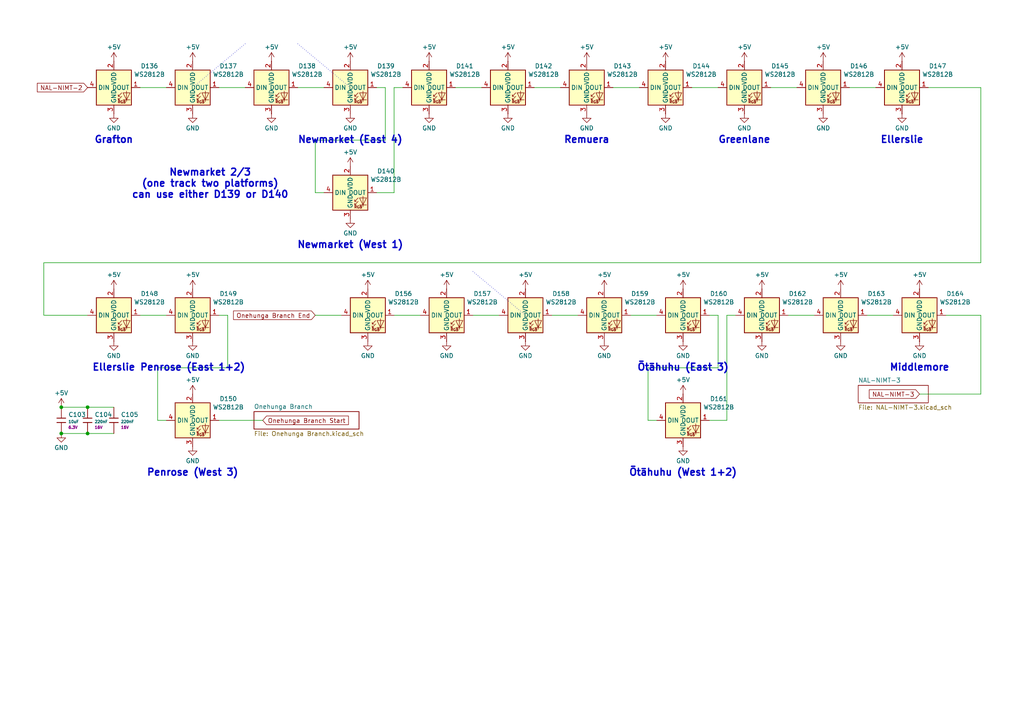
<source format=kicad_sch>
(kicad_sch (version 20250114) (generator "eeschema") (generator_version "9.0")
  (paper "A4")
  (lib_symbols
    (symbol "PCM_JLCPCB-Capacitors:0402,10uF" (pin_numbers (hide yes)) (pin_names (offset 0))
      (property "Reference" "C" (at 2.032 1.668 0))
      (property "Value" "10uF" (at 2.032 -0.3782 0))
      (property "Voltage Rated" "6.3V" (at 2.032 -2.0462 0))
      (symbol "0402,10uF_0_1"
        (polyline (pts (xy -1.27 0.635) (xy 1.27 0.635)) (stroke (width 0.254)))
        (polyline (pts (xy -1.27 -0.635) (xy 1.27 -0.635)) (stroke (width 0.254)))
      )
      (symbol "0402,10uF_1_1"
        (pin passive line (at 0 3.81 270) (length 3.175) (name "~") (number "1"))
        (pin passive line (at 0 -3.81 90) (length 3.175) (name "~") (number "2"))
      )
    )
    (symbol "PCM_JLCPCB-Capacitors:0402,220nF" (pin_numbers (hide yes)) (pin_names (offset 0))
      (property "Reference" "C" (at 2.032 1.668 0))
      (property "Value" "220nF" (at 2.032 -0.3782 0))
      (property "Voltage Rated" "16V" (at 2.032 -2.0462 0))
      (symbol "0402,220nF_0_1"
        (polyline (pts (xy -1.27 0.635) (xy 1.27 0.635)) (stroke (width 0.254)))
        (polyline (pts (xy -1.27 -0.635) (xy 1.27 -0.635)) (stroke (width 0.254)))
      )
      (symbol "0402,220nF_1_1"
        (pin passive line (at 0 3.81 270) (length 3.175) (name "~") (number "1"))
        (pin passive line (at 0 -3.81 90) (length 3.175) (name "~") (number "2"))
      )
    )
    (symbol "PCM_JLCPCB-Extended:LED, WS2812B, 1615"
      (property "Reference" "D" (at 1.778 6.604 0))
      (property "Value" "WS2812B" (at 5.334 -6.35 0))
      (symbol "LED, WS2812B, 1615_0_0"
        (text "RGB" (at 2.286 -4.191 0) (effects (font (size 0.762 0.762))))
      )
      (symbol "LED, WS2812B, 1615_0_1"
        (polyline (pts (xy 1.27 -2.54) (xy 1.778 -2.54)))
        (polyline (pts (xy 1.27 -3.556) (xy 1.778 -3.556)))
        (polyline (pts (xy 2.286 -1.524) (xy 1.27 -2.54) (xy 1.27 -2.032)))
        (polyline (pts (xy 2.286 -2.54) (xy 1.27 -3.556) (xy 1.27 -3.048)))
        (polyline (pts (xy 3.683 -1.016) (xy 3.683 -3.556) (xy 3.683 -4.064)))
        (polyline (pts (xy 4.699 -1.524) (xy 2.667 -1.524) (xy 3.683 -3.556) (xy 4.699 -1.524)))
        (polyline (pts (xy 4.699 -3.556) (xy 2.667 -3.556)))
        (rectangle (start 5.08 5.08) (end -5.08 -5.08) (stroke (width 0.254)) (fill (type background)))
      )
      (symbol "LED, WS2812B, 1615_1_1"
        (pin input line (at -7.62 0 0) (length 2.54) (name "DIN") (number "4"))
        (pin power_in line (at 0 7.62 270) (length 2.54) (name "VDD") (number "2"))
        (pin power_in line (at 0 -7.62 90) (length 2.54) (name "GND") (number "3"))
        (pin output line (at 7.62 0 180) (length 2.54) (name "DOUT") (number "1"))
      )
    )
    (symbol "power:+5V" (power) (pin_numbers (hide yes)) (pin_names (offset 0) (hide yes))
      (property "Value" "+5V" (at 0 3.556 0))
      (symbol "+5V_0_1"
        (polyline (pts (xy -0.762 1.27) (xy 0 2.54)))
        (polyline (pts (xy 0 2.54) (xy 0.762 1.27)))
        (polyline (pts (xy 0 0) (xy 0 2.54)))
      )
      (symbol "+5V_1_1"
        (pin power_in line (at 0 0 90) (length 0) (name "~") (number "1"))
      )
    )
    (symbol "power:GND" (power) (pin_numbers (hide yes)) (pin_names (offset 0) (hide yes))
      (property "Value" "GND" (at 0 -3.81 0))
      (symbol "GND_0_1"
        (polyline (pts (xy 0 0) (xy 0 -1.27) (xy 1.27 -1.27) (xy 0 -2.54) (xy -1.27 -1.27) (xy 0 -1.27)))
      )
      (symbol "GND_1_1"
        (pin power_in line (at 0 0 270) (length 0) (name "~") (number "1"))
      )
    )
  )
  (text "Middlemore" (at 266.7 106.68 0) (effects (font (size 2 2) (thickness 0.4) (bold yes))))
  (text "Greenlane" (at 215.9 40.64 0) (effects (font (size 2 2) (thickness 0.4) (bold yes))))
  (text "Ōtāhuhu (East 3)" (at 198.12 106.68 0) (effects (font (size 2 2) (thickness 0.4) (bold yes))))
  (text "Newmarket 2/3\n(one track two platforms)\ncan use either D139 or D140" (at 60.96 53.34 0) (effects (font (size 2 2) (thickness 0.4) (bold yes))))
  (text "Ellerslie" (at 261.62 40.64 0) (effects (font (size 2 2) (thickness 0.4) (bold yes))))
  (text "Grafton" (at 33.02 40.64 0) (effects (font (size 2 2) (thickness 0.4) (bold yes))))
  (text "Newmarket (East 4)" (at 101.6 40.64 0) (effects (font (size 2 2) (thickness 0.4) (bold yes))))
  (text "Remuera" (at 170.18 40.64 0) (effects (font (size 2 2) (thickness 0.4) (bold yes))))
  (text "Ōtāhuhu (West 1+2)" (at 198.12 137.16 0) (effects (font (size 2 2) (thickness 0.4) (bold yes))))
  (text "Newmarket (West 1)" (at 101.6 71.12 0) (effects (font (size 2 2) (thickness 0.4) (bold yes))))
  (text "Ellerslie" (at 33.02 106.68 0) (effects (font (size 2 2) (thickness 0.4) (bold yes))))
  (text "Penrose (West 3)" (at 55.88 137.16 0) (effects (font (size 2 2) (thickness 0.4) (bold yes))))
  (text "Penrose (East 1+2)" (at 55.88 106.68 0) (effects (font (size 2 2) (thickness 0.4) (bold yes))))
  (junction (at 25.4 125.73))
  (junction (at 17.78 125.73))
  (junction (at 17.78 118.11))
  (junction (at 25.4 118.11))
  (wire (pts (xy 45.72 121.92) (xy 48.26 121.92)))
  (wire (pts (xy 160.02 91.44) (xy 167.64 91.44)))
  (polyline (pts (xy 86.36 12.7) (xy 101.6 25.4)) (stroke (width 0) (type dot)))
  (wire (pts (xy 284.48 76.2) (xy 12.7 76.2)))
  (wire (pts (xy 284.48 25.4) (xy 284.48 76.2)))
  (wire (pts (xy 17.78 118.11) (xy 25.4 118.11)))
  (wire (pts (xy 116.84 25.4) (xy 114.3 25.4)))
  (wire (pts (xy 91.44 91.44) (xy 99.06 91.44)))
  (wire (pts (xy 223.52 25.4) (xy 231.14 25.4)))
  (wire (pts (xy 86.36 25.4) (xy 93.98 25.4)))
  (wire (pts (xy 111.76 40.64) (xy 91.44 40.64)))
  (wire (pts (xy 12.7 91.44) (xy 25.4 91.44)))
  (wire (pts (xy 114.3 91.44) (xy 121.92 91.44)))
  (wire (pts (xy 25.4 125.73) (xy 33.02 125.73)))
  (wire (pts (xy 154.94 25.4) (xy 162.56 25.4)))
  (wire (pts (xy 66.04 91.44) (xy 66.04 106.68)))
  (wire (pts (xy 109.22 25.4) (xy 111.76 25.4)))
  (polyline (pts (xy 71.12 12.7) (xy 55.88 25.4)) (stroke (width 0) (type dot)))
  (wire (pts (xy 63.5 25.4) (xy 71.12 25.4)))
  (wire (pts (xy 187.96 106.68) (xy 187.96 121.92)))
  (wire (pts (xy 177.8 25.4) (xy 185.42 25.4)))
  (wire (pts (xy 66.04 106.68) (xy 45.72 106.68)))
  (wire (pts (xy 76.2 121.92) (xy 63.5 121.92)))
  (wire (pts (xy 208.28 106.68) (xy 187.96 106.68)))
  (wire (pts (xy 17.78 125.73) (xy 25.4 125.73)))
  (wire (pts (xy 284.48 91.44) (xy 284.48 114.3)))
  (wire (pts (xy 269.24 25.4) (xy 284.48 25.4)))
  (polyline (pts (xy 137.16 78.74) (xy 152.4 91.44)) (stroke (width 0) (type dot)))
  (wire (pts (xy 109.22 55.88) (xy 114.3 55.88)))
  (wire (pts (xy 246.38 25.4) (xy 254 25.4)))
  (wire (pts (xy 132.08 25.4) (xy 139.7 25.4)))
  (wire (pts (xy 40.64 25.4) (xy 48.26 25.4)))
  (wire (pts (xy 274.32 91.44) (xy 284.48 91.44)))
  (wire (pts (xy 284.48 114.3) (xy 266.7 114.3)))
  (wire (pts (xy 251.46 91.44) (xy 259.08 91.44)))
  (wire (pts (xy 63.5 91.44) (xy 66.04 91.44)))
  (wire (pts (xy 210.82 91.44) (xy 213.36 91.44)))
  (wire (pts (xy 182.88 91.44) (xy 190.5 91.44)))
  (wire (pts (xy 205.74 121.92) (xy 210.82 121.92)))
  (wire (pts (xy 12.7 76.2) (xy 12.7 91.44)))
  (wire (pts (xy 91.44 40.64) (xy 91.44 55.88)))
  (wire (pts (xy 210.82 121.92) (xy 210.82 91.44)))
  (wire (pts (xy 40.64 91.44) (xy 48.26 91.44)))
  (wire (pts (xy 137.16 91.44) (xy 144.78 91.44)))
  (wire (pts (xy 187.96 121.92) (xy 190.5 121.92)))
  (wire (pts (xy 228.6 91.44) (xy 236.22 91.44)))
  (wire (pts (xy 114.3 25.4) (xy 114.3 55.88)))
  (wire (pts (xy 205.74 91.44) (xy 208.28 91.44)))
  (wire (pts (xy 91.44 55.88) (xy 93.98 55.88)))
  (wire (pts (xy 200.66 25.4) (xy 208.28 25.4)))
  (wire (pts (xy 25.4 118.11) (xy 33.02 118.11)))
  (wire (pts (xy 111.76 25.4) (xy 111.76 40.64)))
  (wire (pts (xy 208.28 91.44) (xy 208.28 106.68)))
  (wire (pts (xy 45.72 106.68) (xy 45.72 121.92)))
  (global_label "NAL-NIMT-2" (shape input) (at 25.4 25.4 180) (property "Intersheetrefs" "${INTERSHEET_REFS}" (effects (hide yes))))
  (global_label "Onehunga Branch End" (shape input) (at 91.44 91.44 180) (property "Intersheetrefs" "${INTERSHEET_REFS}" (effects (hide yes))))
  (global_label "Onehunga Branch Start" (shape input) (at 76.2 121.92 0) (property "Intersheetrefs" "${INTERSHEET_REFS}" (effects (hide yes))))
  (global_label "NAL-NIMT-3" (shape input) (at 266.7 114.3 180) (property "Intersheetrefs" "${INTERSHEET_REFS}" (effects (hide yes))))
  (symbol (lib_id "power:+5V") (at 238.76 17.78 0) (unit 1)
    (property "Reference" "#PWR0148" (effects (hide yes)))
    (property "Value" "+5V" (at 238.76 13.6469 0))
    (property "Description" "Power symbol creates a global label with name \"+5V\"" (effects (hide yes)))
  )
  (symbol (lib_id "PCM_JLCPCB-Capacitors:0402,220nF") (at 33.02 121.92 0) (unit 1)
    (property "Reference" "C105" (at 35.052 120.252 0) (effects (justify left)))
    (property "Value" "220nF" (at 35.052 122.2982 0) (effects (font (size 0.8 0.8)) (justify left)))
    (property "Footprint" "PCM_JLCPCB:C_0402" (effects (hide yes)))
    (property "Datasheet" "https://www.lcsc.com/datasheet/lcsc_datasheet_2304140030_Samsung-Electro-Mechanics-CL05B224KO5NNNC_C16772.pdf" (effects (hide yes)))
    (property "Description" "16V 220nF X7R ±10% 0402 Multilayer Ceramic Capacitors MLCC - SMD/SMT ROHS" (effects (hide yes)))
    (property "LCSC" "C16772" (effects (hide yes)))
    (property "Stock" "351761" (effects (hide yes)))
    (property "Price" "0.008USD" (effects (hide yes)))
    (property "Process" "SMT" (effects (hide yes)))
    (property "Minimum Qty" "20" (effects (hide yes)))
    (property "Attrition Qty" "10" (effects (hide yes)))
    (property "Class" "Basic Component" (effects (hide yes)))
    (property "Category" "Capacitors,Multilayer Ceramic Capacitors MLCC - SMD/SMT" (effects (hide yes)))
    (property "Manufacturer" "Samsung Electro-Mechanics" (effects (hide yes)))
    (property "Part" "CL05B224KO5NNNC" (effects (hide yes)))
    (property "Voltage Rated" "16V" (at 35.052 123.9662 0) (effects (font (size 0.8 0.8)) (justify left)))
    (property "Tolerance" "±10%" (effects (hide yes)))
    (property "Capacitance" "220nF" (effects (hide yes)))
    (property "Temperature Coefficient" "X7R" (effects (hide yes)))
  )
  (symbol (lib_id "power:GND") (at 198.12 129.54 0) (unit 1)
    (property "Reference" "#PWR0183" (effects (hide yes)))
    (property "Value" "GND" (at 198.12 133.6731 0))
    (property "Description" "Power symbol creates a global label with name \"GND\" , ground" (effects (hide yes)))
  )
  (symbol (lib_id "power:+5V") (at 266.7 83.82 0) (unit 1)
    (property "Reference" "#PWR0188" (effects (hide yes)))
    (property "Value" "+5V" (at 266.7 79.6869 0))
    (property "Description" "Power symbol creates a global label with name \"+5V\"" (effects (hide yes)))
  )
  (symbol (lib_id "PCM_JLCPCB-Extended:LED, WS2812B, 1615") (at 220.98 91.44 0) (unit 1)
    (property "Reference" "D162" (at 231.3176 85.1934 0))
    (property "Value" "WS2812B" (at 231.3176 87.6177 0))
    (property "Footprint" "PCM_JLCPCB:LED-SMD_4P-L1.6-W1.5_XL-1615RGBC-WS2812B" (effects (hide yes)))
    (property "Datasheet" "https://atta.szlcsc.com/upload/public/pdf/source/20230111/5AD58278EBED6B6650A81C53A19BF314.pdf" (effects (hide yes)))
    (property "Description" "1615 RGB LEDs(Built-in IC) ROHS" (effects (hide yes)))
    (property "LCSC" "C5349954" (effects (hide yes)))
  )
  (symbol (lib_id "PCM_JLCPCB-Extended:LED, WS2812B, 1615") (at 101.6 55.88 0) (unit 1)
    (property "Reference" "D140" (at 111.9376 49.6334 0))
    (property "Value" "WS2812B" (at 111.9376 52.0577 0))
    (property "Footprint" "PCM_JLCPCB:LED-SMD_4P-L1.6-W1.5_XL-1615RGBC-WS2812B" (effects (hide yes)))
    (property "Datasheet" "https://atta.szlcsc.com/upload/public/pdf/source/20230111/5AD58278EBED6B6650A81C53A19BF314.pdf" (effects (hide yes)))
    (property "Description" "1615 RGB LEDs(Built-in IC) ROHS" (effects (hide yes)))
    (property "LCSC" "C5349954" (effects (hide yes)))
  )
  (symbol (lib_id "PCM_JLCPCB-Extended:LED, WS2812B, 1615") (at 101.6 25.4 0) (unit 1)
    (property "Reference" "D139" (at 111.9376 19.1534 0))
    (property "Value" "WS2812B" (at 111.9376 21.5777 0))
    (property "Footprint" "PCM_JLCPCB:LED-SMD_4P-L1.6-W1.5_XL-1615RGBC-WS2812B" (effects (hide yes)))
    (property "Datasheet" "https://atta.szlcsc.com/upload/public/pdf/source/20230111/5AD58278EBED6B6650A81C53A19BF314.pdf" (effects (hide yes)))
    (property "Description" "1615 RGB LEDs(Built-in IC) ROHS" (effects (hide yes)))
    (property "LCSC" "C5349954" (effects (hide yes)))
  )
  (symbol (lib_id "PCM_JLCPCB-Capacitors:0402,10uF") (at 17.78 121.92 0) (unit 1)
    (property "Reference" "C103" (at 19.812 120.252 0) (effects (justify left)))
    (property "Value" "10uF" (at 19.812 122.2982 0) (effects (font (size 0.8 0.8)) (justify left)))
    (property "Footprint" "PCM_JLCPCB:C_0402" (effects (hide yes)))
    (property "Datasheet" "https://www.lcsc.com/datasheet/lcsc_datasheet_2208231630_Samsung-Electro-Mechanics-CL05A106MQ5NUNC_C15525.pdf" (effects (hide yes)))
    (property "Description" "6.3V 10uF X5R ±20% 0402 Multilayer Ceramic Capacitors MLCC - SMD/SMT ROHS" (effects (hide yes)))
    (property "LCSC" "C15525" (effects (hide yes)))
    (property "Stock" "1595146" (effects (hide yes)))
    (property "Price" "0.007USD" (effects (hide yes)))
    (property "Process" "SMT" (effects (hide yes)))
    (property "Minimum Qty" "20" (effects (hide yes)))
    (property "Attrition Qty" "10" (effects (hide yes)))
    (property "Class" "Basic Component" (effects (hide yes)))
    (property "Category" "Capacitors,Multilayer Ceramic Capacitors MLCC - SMD/SMT" (effects (hide yes)))
    (property "Manufacturer" "Samsung Electro-Mechanics" (effects (hide yes)))
    (property "Part" "CL05A106MQ5NUNC" (effects (hide yes)))
    (property "Voltage Rated" "6.3V" (at 19.812 123.9662 0) (effects (font (size 0.8 0.8)) (justify left)))
    (property "Tolerance" "±20%" (effects (hide yes)))
    (property "Capacitance" "10uF" (effects (hide yes)))
    (property "Temperature Coefficient" "X5R" (effects (hide yes)))
  )
  (symbol (lib_id "PCM_JLCPCB-Extended:LED, WS2812B, 1615") (at 78.74 25.4 0) (unit 1)
    (property "Reference" "D138" (at 89.0776 19.1534 0))
    (property "Value" "WS2812B" (at 89.0776 21.5777 0))
    (property "Footprint" "PCM_JLCPCB:LED-SMD_4P-L1.6-W1.5_XL-1615RGBC-WS2812B" (effects (hide yes)))
    (property "Datasheet" "https://atta.szlcsc.com/upload/public/pdf/source/20230111/5AD58278EBED6B6650A81C53A19BF314.pdf" (effects (hide yes)))
    (property "Description" "1615 RGB LEDs(Built-in IC) ROHS" (effects (hide yes)))
    (property "LCSC" "C5349954" (effects (hide yes)))
  )
  (symbol (lib_id "power:GND") (at 193.04 33.02 0) (unit 1)
    (property "Reference" "#PWR0145" (effects (hide yes)))
    (property "Value" "GND" (at 193.04 37.1531 0))
    (property "Description" "Power symbol creates a global label with name \"GND\" , ground" (effects (hide yes)))
  )
  (symbol (lib_id "power:GND") (at 266.7 99.06 0) (unit 1)
    (property "Reference" "#PWR0189" (effects (hide yes)))
    (property "Value" "GND" (at 266.7 103.1931 0))
    (property "Description" "Power symbol creates a global label with name \"GND\" , ground" (effects (hide yes)))
  )
  (symbol (lib_id "power:GND") (at 106.68 99.06 0) (unit 1)
    (property "Reference" "#PWR0171" (effects (hide yes)))
    (property "Value" "GND" (at 106.68 103.1931 0))
    (property "Description" "Power symbol creates a global label with name \"GND\" , ground" (effects (hide yes)))
  )
  (symbol (lib_id "PCM_JLCPCB-Extended:LED, WS2812B, 1615") (at 33.02 25.4 0) (unit 1)
    (property "Reference" "D136" (at 43.3576 19.1534 0))
    (property "Value" "WS2812B" (at 43.3576 21.5777 0))
    (property "Footprint" "PCM_JLCPCB:LED-SMD_4P-L1.6-W1.5_XL-1615RGBC-WS2812B" (effects (hide yes)))
    (property "Datasheet" "https://atta.szlcsc.com/upload/public/pdf/source/20230111/5AD58278EBED6B6650A81C53A19BF314.pdf" (effects (hide yes)))
    (property "Description" "1615 RGB LEDs(Built-in IC) ROHS" (effects (hide yes)))
    (property "LCSC" "C5349954" (effects (hide yes)))
  )
  (symbol (lib_id "power:GND") (at 198.12 99.06 0) (unit 1)
    (property "Reference" "#PWR0181" (effects (hide yes)))
    (property "Value" "GND" (at 198.12 103.1931 0))
    (property "Description" "Power symbol creates a global label with name \"GND\" , ground" (effects (hide yes)))
  )
  (symbol (lib_id "power:GND") (at 33.02 33.02 0) (unit 1)
    (property "Reference" "#PWR0129" (effects (hide yes)))
    (property "Value" "GND" (at 33.02 37.1531 0))
    (property "Description" "Power symbol creates a global label with name \"GND\" , ground" (effects (hide yes)))
  )
  (symbol (lib_id "PCM_JLCPCB-Extended:LED, WS2812B, 1615") (at 106.68 91.44 0) (unit 1)
    (property "Reference" "D156" (at 117.0176 85.1934 0))
    (property "Value" "WS2812B" (at 117.0176 87.6177 0))
    (property "Footprint" "PCM_JLCPCB:LED-SMD_4P-L1.6-W1.5_XL-1615RGBC-WS2812B" (effects (hide yes)))
    (property "Datasheet" "https://atta.szlcsc.com/upload/public/pdf/source/20230111/5AD58278EBED6B6650A81C53A19BF314.pdf" (effects (hide yes)))
    (property "Description" "1615 RGB LEDs(Built-in IC) ROHS" (effects (hide yes)))
    (property "LCSC" "C5349954" (effects (hide yes)))
  )
  (symbol (lib_id "power:GND") (at 101.6 33.02 0) (unit 1)
    (property "Reference" "#PWR0135" (effects (hide yes)))
    (property "Value" "GND" (at 101.6 37.1531 0))
    (property "Description" "Power symbol creates a global label with name \"GND\" , ground" (effects (hide yes)))
  )
  (symbol (lib_id "PCM_JLCPCB-Extended:LED, WS2812B, 1615") (at 198.12 91.44 0) (unit 1)
    (property "Reference" "D160" (at 208.4576 85.1934 0))
    (property "Value" "WS2812B" (at 208.4576 87.6177 0))
    (property "Footprint" "PCM_JLCPCB:LED-SMD_4P-L1.6-W1.5_XL-1615RGBC-WS2812B" (effects (hide yes)))
    (property "Datasheet" "https://atta.szlcsc.com/upload/public/pdf/source/20230111/5AD58278EBED6B6650A81C53A19BF314.pdf" (effects (hide yes)))
    (property "Description" "1615 RGB LEDs(Built-in IC) ROHS" (effects (hide yes)))
    (property "LCSC" "C5349954" (effects (hide yes)))
  )
  (symbol (lib_id "power:GND") (at 55.88 129.54 0) (unit 1)
    (property "Reference" "#PWR0157" (effects (hide yes)))
    (property "Value" "GND" (at 55.88 133.6731 0))
    (property "Description" "Power symbol creates a global label with name \"GND\" , ground" (effects (hide yes)))
  )
  (symbol (lib_id "power:+5V") (at 152.4 83.82 0) (unit 1)
    (property "Reference" "#PWR0174" (effects (hide yes)))
    (property "Value" "+5V" (at 152.4 79.6869 0))
    (property "Description" "Power symbol creates a global label with name \"+5V\"" (effects (hide yes)))
  )
  (symbol (lib_id "PCM_JLCPCB-Extended:LED, WS2812B, 1615") (at 266.7 91.44 0) (unit 1)
    (property "Reference" "D164" (at 277.0376 85.1934 0))
    (property "Value" "WS2812B" (at 277.0376 87.6177 0))
    (property "Footprint" "PCM_JLCPCB:LED-SMD_4P-L1.6-W1.5_XL-1615RGBC-WS2812B" (effects (hide yes)))
    (property "Datasheet" "https://atta.szlcsc.com/upload/public/pdf/source/20230111/5AD58278EBED6B6650A81C53A19BF314.pdf" (effects (hide yes)))
    (property "Description" "1615 RGB LEDs(Built-in IC) ROHS" (effects (hide yes)))
    (property "LCSC" "C5349954" (effects (hide yes)))
  )
  (symbol (lib_id "power:+5V") (at 198.12 114.3 0) (unit 1)
    (property "Reference" "#PWR0182" (effects (hide yes)))
    (property "Value" "+5V" (at 198.12 110.1669 0))
    (property "Description" "Power symbol creates a global label with name \"+5V\"" (effects (hide yes)))
  )
  (symbol (lib_id "power:GND") (at 101.6 63.5 0) (unit 1)
    (property "Reference" "#PWR0137" (effects (hide yes)))
    (property "Value" "GND" (at 101.6 67.6331 0))
    (property "Description" "Power symbol creates a global label with name \"GND\" , ground" (effects (hide yes)))
  )
  (symbol (lib_id "PCM_JLCPCB-Extended:LED, WS2812B, 1615") (at 198.12 121.92 0) (unit 1)
    (property "Reference" "D161" (at 208.4576 115.6734 0))
    (property "Value" "WS2812B" (at 208.4576 118.0977 0))
    (property "Footprint" "PCM_JLCPCB:LED-SMD_4P-L1.6-W1.5_XL-1615RGBC-WS2812B" (effects (hide yes)))
    (property "Datasheet" "https://atta.szlcsc.com/upload/public/pdf/source/20230111/5AD58278EBED6B6650A81C53A19BF314.pdf" (effects (hide yes)))
    (property "Description" "1615 RGB LEDs(Built-in IC) ROHS" (effects (hide yes)))
    (property "LCSC" "C5349954" (effects (hide yes)))
  )
  (symbol (lib_id "PCM_JLCPCB-Extended:LED, WS2812B, 1615") (at 243.84 91.44 0) (unit 1)
    (property "Reference" "D163" (at 254.1776 85.1934 0))
    (property "Value" "WS2812B" (at 254.1776 87.6177 0))
    (property "Footprint" "PCM_JLCPCB:LED-SMD_4P-L1.6-W1.5_XL-1615RGBC-WS2812B" (effects (hide yes)))
    (property "Datasheet" "https://atta.szlcsc.com/upload/public/pdf/source/20230111/5AD58278EBED6B6650A81C53A19BF314.pdf" (effects (hide yes)))
    (property "Description" "1615 RGB LEDs(Built-in IC) ROHS" (effects (hide yes)))
    (property "LCSC" "C5349954" (effects (hide yes)))
  )
  (symbol (lib_id "power:GND") (at 55.88 99.06 0) (unit 1)
    (property "Reference" "#PWR0155" (effects (hide yes)))
    (property "Value" "GND" (at 55.88 103.1931 0))
    (property "Description" "Power symbol creates a global label with name \"GND\" , ground" (effects (hide yes)))
  )
  (symbol (lib_id "power:+5V") (at 129.54 83.82 0) (unit 1)
    (property "Reference" "#PWR0172" (effects (hide yes)))
    (property "Value" "+5V" (at 129.54 79.6869 0))
    (property "Description" "Power symbol creates a global label with name \"+5V\"" (effects (hide yes)))
  )
  (symbol (lib_id "PCM_JLCPCB-Extended:LED, WS2812B, 1615") (at 55.88 91.44 0) (unit 1)
    (property "Reference" "D149" (at 66.2176 85.1934 0))
    (property "Value" "WS2812B" (at 66.2176 87.6177 0))
    (property "Footprint" "PCM_JLCPCB:LED-SMD_4P-L1.6-W1.5_XL-1615RGBC-WS2812B" (effects (hide yes)))
    (property "Datasheet" "https://atta.szlcsc.com/upload/public/pdf/source/20230111/5AD58278EBED6B6650A81C53A19BF314.pdf" (effects (hide yes)))
    (property "Description" "1615 RGB LEDs(Built-in IC) ROHS" (effects (hide yes)))
    (property "LCSC" "C5349954" (effects (hide yes)))
  )
  (symbol (lib_id "power:GND") (at 243.84 99.06 0) (unit 1)
    (property "Reference" "#PWR0187" (effects (hide yes)))
    (property "Value" "GND" (at 243.84 103.1931 0))
    (property "Description" "Power symbol creates a global label with name \"GND\" , ground" (effects (hide yes)))
  )
  (symbol (lib_id "power:+5V") (at 78.74 17.78 0) (unit 1)
    (property "Reference" "#PWR0132" (effects (hide yes)))
    (property "Value" "+5V" (at 78.74 13.6469 0))
    (property "Description" "Power symbol creates a global label with name \"+5V\"" (effects (hide yes)))
  )
  (symbol (lib_id "power:GND") (at 17.78 125.73 0) (unit 1)
    (property "Reference" "#PWR0159" (effects (hide yes)))
    (property "Value" "GND" (at 17.78 129.8631 0))
    (property "Description" "Power symbol creates a global label with name \"GND\" , ground" (effects (hide yes)))
  )
  (symbol (lib_id "PCM_JLCPCB-Extended:LED, WS2812B, 1615") (at 129.54 91.44 0) (unit 1)
    (property "Reference" "D157" (at 139.8776 85.1934 0))
    (property "Value" "WS2812B" (at 139.8776 87.6177 0))
    (property "Footprint" "PCM_JLCPCB:LED-SMD_4P-L1.6-W1.5_XL-1615RGBC-WS2812B" (effects (hide yes)))
    (property "Datasheet" "https://atta.szlcsc.com/upload/public/pdf/source/20230111/5AD58278EBED6B6650A81C53A19BF314.pdf" (effects (hide yes)))
    (property "Description" "1615 RGB LEDs(Built-in IC) ROHS" (effects (hide yes)))
    (property "LCSC" "C5349954" (effects (hide yes)))
  )
  (symbol (lib_id "PCM_JLCPCB-Extended:LED, WS2812B, 1615") (at 124.46 25.4 0) (unit 1)
    (property "Reference" "D141" (at 134.7976 19.1534 0))
    (property "Value" "WS2812B" (at 134.7976 21.5777 0))
    (property "Footprint" "PCM_JLCPCB:LED-SMD_4P-L1.6-W1.5_XL-1615RGBC-WS2812B" (effects (hide yes)))
    (property "Datasheet" "https://atta.szlcsc.com/upload/public/pdf/source/20230111/5AD58278EBED6B6650A81C53A19BF314.pdf" (effects (hide yes)))
    (property "Description" "1615 RGB LEDs(Built-in IC) ROHS" (effects (hide yes)))
    (property "LCSC" "C5349954" (effects (hide yes)))
  )
  (symbol (lib_id "PCM_JLCPCB-Extended:LED, WS2812B, 1615") (at 33.02 91.44 0) (unit 1)
    (property "Reference" "D148" (at 43.3576 85.1934 0))
    (property "Value" "WS2812B" (at 43.3576 87.6177 0))
    (property "Footprint" "PCM_JLCPCB:LED-SMD_4P-L1.6-W1.5_XL-1615RGBC-WS2812B" (effects (hide yes)))
    (property "Datasheet" "https://atta.szlcsc.com/upload/public/pdf/source/20230111/5AD58278EBED6B6650A81C53A19BF314.pdf" (effects (hide yes)))
    (property "Description" "1615 RGB LEDs(Built-in IC) ROHS" (effects (hide yes)))
    (property "LCSC" "C5349954" (effects (hide yes)))
  )
  (symbol (lib_id "power:GND") (at 261.62 33.02 0) (unit 1)
    (property "Reference" "#PWR0151" (effects (hide yes)))
    (property "Value" "GND" (at 261.62 37.1531 0))
    (property "Description" "Power symbol creates a global label with name \"GND\" , ground" (effects (hide yes)))
  )
  (symbol (lib_id "PCM_JLCPCB-Extended:LED, WS2812B, 1615") (at 215.9 25.4 0) (unit 1)
    (property "Reference" "D145" (at 226.2376 19.1534 0))
    (property "Value" "WS2812B" (at 226.2376 21.5777 0))
    (property "Footprint" "PCM_JLCPCB:LED-SMD_4P-L1.6-W1.5_XL-1615RGBC-WS2812B" (effects (hide yes)))
    (property "Datasheet" "https://atta.szlcsc.com/upload/public/pdf/source/20230111/5AD58278EBED6B6650A81C53A19BF314.pdf" (effects (hide yes)))
    (property "Description" "1615 RGB LEDs(Built-in IC) ROHS" (effects (hide yes)))
    (property "LCSC" "C5349954" (effects (hide yes)))
  )
  (symbol (lib_id "PCM_JLCPCB-Extended:LED, WS2812B, 1615") (at 55.88 25.4 0) (unit 1)
    (property "Reference" "D137" (at 66.2176 19.1534 0))
    (property "Value" "WS2812B" (at 66.2176 21.5777 0))
    (property "Footprint" "PCM_JLCPCB:LED-SMD_4P-L1.6-W1.5_XL-1615RGBC-WS2812B" (effects (hide yes)))
    (property "Datasheet" "https://atta.szlcsc.com/upload/public/pdf/source/20230111/5AD58278EBED6B6650A81C53A19BF314.pdf" (effects (hide yes)))
    (property "Description" "1615 RGB LEDs(Built-in IC) ROHS" (effects (hide yes)))
    (property "LCSC" "C5349954" (effects (hide yes)))
  )
  (symbol (lib_id "PCM_JLCPCB-Extended:LED, WS2812B, 1615") (at 152.4 91.44 0) (unit 1)
    (property "Reference" "D158" (at 162.7376 85.1934 0))
    (property "Value" "WS2812B" (at 162.7376 87.6177 0))
    (property "Footprint" "PCM_JLCPCB:LED-SMD_4P-L1.6-W1.5_XL-1615RGBC-WS2812B" (effects (hide yes)))
    (property "Datasheet" "https://atta.szlcsc.com/upload/public/pdf/source/20230111/5AD58278EBED6B6650A81C53A19BF314.pdf" (effects (hide yes)))
    (property "Description" "1615 RGB LEDs(Built-in IC) ROHS" (effects (hide yes)))
    (property "LCSC" "C5349954" (effects (hide yes)))
  )
  (symbol (lib_id "power:+5V") (at 55.88 114.3 0) (unit 1)
    (property "Reference" "#PWR0156" (effects (hide yes)))
    (property "Value" "+5V" (at 55.88 110.1669 0))
    (property "Description" "Power symbol creates a global label with name \"+5V\"" (effects (hide yes)))
  )
  (symbol (lib_id "PCM_JLCPCB-Extended:LED, WS2812B, 1615") (at 261.62 25.4 0) (unit 1)
    (property "Reference" "D147" (at 271.9576 19.1534 0))
    (property "Value" "WS2812B" (at 271.9576 21.5777 0))
    (property "Footprint" "PCM_JLCPCB:LED-SMD_4P-L1.6-W1.5_XL-1615RGBC-WS2812B" (effects (hide yes)))
    (property "Datasheet" "https://atta.szlcsc.com/upload/public/pdf/source/20230111/5AD58278EBED6B6650A81C53A19BF314.pdf" (effects (hide yes)))
    (property "Description" "1615 RGB LEDs(Built-in IC) ROHS" (effects (hide yes)))
    (property "LCSC" "C5349954" (effects (hide yes)))
  )
  (symbol (lib_id "power:GND") (at 78.74 33.02 0) (unit 1)
    (property "Reference" "#PWR0133" (effects (hide yes)))
    (property "Value" "GND" (at 78.74 37.1531 0))
    (property "Description" "Power symbol creates a global label with name \"GND\" , ground" (effects (hide yes)))
  )
  (symbol (lib_id "PCM_JLCPCB-Extended:LED, WS2812B, 1615") (at 55.88 121.92 0) (unit 1)
    (property "Reference" "D150" (at 66.2176 115.6734 0))
    (property "Value" "WS2812B" (at 66.2176 118.0977 0))
    (property "Footprint" "PCM_JLCPCB:LED-SMD_4P-L1.6-W1.5_XL-1615RGBC-WS2812B" (effects (hide yes)))
    (property "Datasheet" "https://atta.szlcsc.com/upload/public/pdf/source/20230111/5AD58278EBED6B6650A81C53A19BF314.pdf" (effects (hide yes)))
    (property "Description" "1615 RGB LEDs(Built-in IC) ROHS" (effects (hide yes)))
    (property "LCSC" "C5349954" (effects (hide yes)))
  )
  (symbol (lib_id "power:+5V") (at 198.12 83.82 0) (unit 1)
    (property "Reference" "#PWR0180" (effects (hide yes)))
    (property "Value" "+5V" (at 198.12 79.6869 0))
    (property "Description" "Power symbol creates a global label with name \"+5V\"" (effects (hide yes)))
  )
  (symbol (lib_id "power:+5V") (at 101.6 17.78 0) (unit 1)
    (property "Reference" "#PWR0134" (effects (hide yes)))
    (property "Value" "+5V" (at 101.6 13.6469 0))
    (property "Description" "Power symbol creates a global label with name \"+5V\"" (effects (hide yes)))
  )
  (symbol (lib_id "power:+5V") (at 193.04 17.78 0) (unit 1)
    (property "Reference" "#PWR0144" (effects (hide yes)))
    (property "Value" "+5V" (at 193.04 13.6469 0))
    (property "Description" "Power symbol creates a global label with name \"+5V\"" (effects (hide yes)))
  )
  (symbol (lib_id "power:GND") (at 129.54 99.06 0) (unit 1)
    (property "Reference" "#PWR0173" (effects (hide yes)))
    (property "Value" "GND" (at 129.54 103.1931 0))
    (property "Description" "Power symbol creates a global label with name \"GND\" , ground" (effects (hide yes)))
  )
  (symbol (lib_id "power:+5V") (at 106.68 83.82 0) (unit 1)
    (property "Reference" "#PWR0170" (effects (hide yes)))
    (property "Value" "+5V" (at 106.68 79.6869 0))
    (property "Description" "Power symbol creates a global label with name \"+5V\"" (effects (hide yes)))
  )
  (symbol (lib_id "power:+5V") (at 261.62 17.78 0) (unit 1)
    (property "Reference" "#PWR0150" (effects (hide yes)))
    (property "Value" "+5V" (at 261.62 13.6469 0))
    (property "Description" "Power symbol creates a global label with name \"+5V\"" (effects (hide yes)))
  )
  (symbol (lib_id "PCM_JLCPCB-Extended:LED, WS2812B, 1615") (at 147.32 25.4 0) (unit 1)
    (property "Reference" "D142" (at 157.6576 19.1534 0))
    (property "Value" "WS2812B" (at 157.6576 21.5777 0))
    (property "Footprint" "PCM_JLCPCB:LED-SMD_4P-L1.6-W1.5_XL-1615RGBC-WS2812B" (effects (hide yes)))
    (property "Datasheet" "https://atta.szlcsc.com/upload/public/pdf/source/20230111/5AD58278EBED6B6650A81C53A19BF314.pdf" (effects (hide yes)))
    (property "Description" "1615 RGB LEDs(Built-in IC) ROHS" (effects (hide yes)))
    (property "LCSC" "C5349954" (effects (hide yes)))
  )
  (symbol (lib_id "power:GND") (at 175.26 99.06 0) (unit 1)
    (property "Reference" "#PWR0177" (effects (hide yes)))
    (property "Value" "GND" (at 175.26 103.1931 0))
    (property "Description" "Power symbol creates a global label with name \"GND\" , ground" (effects (hide yes)))
  )
  (symbol (lib_id "power:+5V") (at 33.02 17.78 0) (unit 1)
    (property "Reference" "#PWR0128" (effects (hide yes)))
    (property "Value" "+5V" (at 33.02 13.6469 0))
    (property "Description" "Power symbol creates a global label with name \"+5V\"" (effects (hide yes)))
  )
  (symbol (lib_id "power:+5V") (at 101.6 48.26 0) (unit 1)
    (property "Reference" "#PWR0136" (effects (hide yes)))
    (property "Value" "+5V" (at 101.6 44.1269 0))
    (property "Description" "Power symbol creates a global label with name \"+5V\"" (effects (hide yes)))
  )
  (symbol (lib_id "PCM_JLCPCB-Extended:LED, WS2812B, 1615") (at 193.04 25.4 0) (unit 1)
    (property "Reference" "D144" (at 203.3776 19.1534 0))
    (property "Value" "WS2812B" (at 203.3776 21.5777 0))
    (property "Footprint" "PCM_JLCPCB:LED-SMD_4P-L1.6-W1.5_XL-1615RGBC-WS2812B" (effects (hide yes)))
    (property "Datasheet" "https://atta.szlcsc.com/upload/public/pdf/source/20230111/5AD58278EBED6B6650A81C53A19BF314.pdf" (effects (hide yes)))
    (property "Description" "1615 RGB LEDs(Built-in IC) ROHS" (effects (hide yes)))
    (property "LCSC" "C5349954" (effects (hide yes)))
  )
  (symbol (lib_id "power:+5V") (at 55.88 17.78 0) (unit 1)
    (property "Reference" "#PWR0130" (effects (hide yes)))
    (property "Value" "+5V" (at 55.88 13.6469 0))
    (property "Description" "Power symbol creates a global label with name \"+5V\"" (effects (hide yes)))
  )
  (symbol (lib_id "PCM_JLCPCB-Extended:LED, WS2812B, 1615") (at 238.76 25.4 0) (unit 1)
    (property "Reference" "D146" (at 249.0976 19.1534 0))
    (property "Value" "WS2812B" (at 249.0976 21.5777 0))
    (property "Footprint" "PCM_JLCPCB:LED-SMD_4P-L1.6-W1.5_XL-1615RGBC-WS2812B" (effects (hide yes)))
    (property "Datasheet" "https://atta.szlcsc.com/upload/public/pdf/source/20230111/5AD58278EBED6B6650A81C53A19BF314.pdf" (effects (hide yes)))
    (property "Description" "1615 RGB LEDs(Built-in IC) ROHS" (effects (hide yes)))
    (property "LCSC" "C5349954" (effects (hide yes)))
  )
  (symbol (lib_id "PCM_JLCPCB-Extended:LED, WS2812B, 1615") (at 175.26 91.44 0) (unit 1)
    (property "Reference" "D159" (at 185.5976 85.1934 0))
    (property "Value" "WS2812B" (at 185.5976 87.6177 0))
    (property "Footprint" "PCM_JLCPCB:LED-SMD_4P-L1.6-W1.5_XL-1615RGBC-WS2812B" (effects (hide yes)))
    (property "Datasheet" "https://atta.szlcsc.com/upload/public/pdf/source/20230111/5AD58278EBED6B6650A81C53A19BF314.pdf" (effects (hide yes)))
    (property "Description" "1615 RGB LEDs(Built-in IC) ROHS" (effects (hide yes)))
    (property "LCSC" "C5349954" (effects (hide yes)))
  )
  (symbol (lib_id "power:+5V") (at 147.32 17.78 0) (unit 1)
    (property "Reference" "#PWR0140" (effects (hide yes)))
    (property "Value" "+5V" (at 147.32 13.6469 0))
    (property "Description" "Power symbol creates a global label with name \"+5V\"" (effects (hide yes)))
  )
  (symbol (lib_id "power:GND") (at 55.88 33.02 0) (unit 1)
    (property "Reference" "#PWR0131" (effects (hide yes)))
    (property "Value" "GND" (at 55.88 37.1531 0))
    (property "Description" "Power symbol creates a global label with name \"GND\" , ground" (effects (hide yes)))
  )
  (symbol (lib_id "power:GND") (at 170.18 33.02 0) (unit 1)
    (property "Reference" "#PWR0143" (effects (hide yes)))
    (property "Value" "GND" (at 170.18 37.1531 0))
    (property "Description" "Power symbol creates a global label with name \"GND\" , ground" (effects (hide yes)))
  )
  (symbol (lib_id "power:+5V") (at 170.18 17.78 0) (unit 1)
    (property "Reference" "#PWR0142" (effects (hide yes)))
    (property "Value" "+5V" (at 170.18 13.6469 0))
    (property "Description" "Power symbol creates a global label with name \"+5V\"" (effects (hide yes)))
  )
  (symbol (lib_id "power:GND") (at 124.46 33.02 0) (unit 1)
    (property "Reference" "#PWR0139" (effects (hide yes)))
    (property "Value" "GND" (at 124.46 37.1531 0))
    (property "Description" "Power symbol creates a global label with name \"GND\" , ground" (effects (hide yes)))
  )
  (symbol (lib_id "PCM_JLCPCB-Capacitors:0402,220nF") (at 25.4 121.92 0) (unit 1)
    (property "Reference" "C104" (at 27.432 120.252 0) (effects (justify left)))
    (property "Value" "220nF" (at 27.432 122.2982 0) (effects (font (size 0.8 0.8)) (justify left)))
    (property "Footprint" "PCM_JLCPCB:C_0402" (effects (hide yes)))
    (property "Datasheet" "https://www.lcsc.com/datasheet/lcsc_datasheet_2304140030_Samsung-Electro-Mechanics-CL05B224KO5NNNC_C16772.pdf" (effects (hide yes)))
    (property "Description" "16V 220nF X7R ±10% 0402 Multilayer Ceramic Capacitors MLCC - SMD/SMT ROHS" (effects (hide yes)))
    (property "LCSC" "C16772" (effects (hide yes)))
    (property "Stock" "351761" (effects (hide yes)))
    (property "Price" "0.008USD" (effects (hide yes)))
    (property "Process" "SMT" (effects (hide yes)))
    (property "Minimum Qty" "20" (effects (hide yes)))
    (property "Attrition Qty" "10" (effects (hide yes)))
    (property "Class" "Basic Component" (effects (hide yes)))
    (property "Category" "Capacitors,Multilayer Ceramic Capacitors MLCC - SMD/SMT" (effects (hide yes)))
    (property "Manufacturer" "Samsung Electro-Mechanics" (effects (hide yes)))
    (property "Part" "CL05B224KO5NNNC" (effects (hide yes)))
    (property "Voltage Rated" "16V" (at 27.432 123.9662 0) (effects (font (size 0.8 0.8)) (justify left)))
    (property "Tolerance" "±10%" (effects (hide yes)))
    (property "Capacitance" "220nF" (effects (hide yes)))
    (property "Temperature Coefficient" "X7R" (effects (hide yes)))
  )
  (symbol (lib_id "power:+5V") (at 215.9 17.78 0) (unit 1)
    (property "Reference" "#PWR0146" (effects (hide yes)))
    (property "Value" "+5V" (at 215.9 13.6469 0))
    (property "Description" "Power symbol creates a global label with name \"+5V\"" (effects (hide yes)))
  )
  (symbol (lib_id "power:GND") (at 238.76 33.02 0) (unit 1)
    (property "Reference" "#PWR0149" (effects (hide yes)))
    (property "Value" "GND" (at 238.76 37.1531 0))
    (property "Description" "Power symbol creates a global label with name \"GND\" , ground" (effects (hide yes)))
  )
  (symbol (lib_id "PCM_JLCPCB-Extended:LED, WS2812B, 1615") (at 170.18 25.4 0) (unit 1)
    (property "Reference" "D143" (at 180.5176 19.1534 0))
    (property "Value" "WS2812B" (at 180.5176 21.5777 0))
    (property "Footprint" "PCM_JLCPCB:LED-SMD_4P-L1.6-W1.5_XL-1615RGBC-WS2812B" (effects (hide yes)))
    (property "Datasheet" "https://atta.szlcsc.com/upload/public/pdf/source/20230111/5AD58278EBED6B6650A81C53A19BF314.pdf" (effects (hide yes)))
    (property "Description" "1615 RGB LEDs(Built-in IC) ROHS" (effects (hide yes)))
    (property "LCSC" "C5349954" (effects (hide yes)))
  )
  (symbol (lib_id "power:+5V") (at 33.02 83.82 0) (unit 1)
    (property "Reference" "#PWR0152" (effects (hide yes)))
    (property "Value" "+5V" (at 33.02 79.6869 0))
    (property "Description" "Power symbol creates a global label with name \"+5V\"" (effects (hide yes)))
  )
  (symbol (lib_id "power:GND") (at 215.9 33.02 0) (unit 1)
    (property "Reference" "#PWR0147" (effects (hide yes)))
    (property "Value" "GND" (at 215.9 37.1531 0))
    (property "Description" "Power symbol creates a global label with name \"GND\" , ground" (effects (hide yes)))
  )
  (symbol (lib_id "power:+5V") (at 124.46 17.78 0) (unit 1)
    (property "Reference" "#PWR0138" (effects (hide yes)))
    (property "Value" "+5V" (at 124.46 13.6469 0))
    (property "Description" "Power symbol creates a global label with name \"+5V\"" (effects (hide yes)))
  )
  (symbol (lib_id "power:+5V") (at 175.26 83.82 0) (unit 1)
    (property "Reference" "#PWR0176" (effects (hide yes)))
    (property "Value" "+5V" (at 175.26 79.6869 0))
    (property "Description" "Power symbol creates a global label with name \"+5V\"" (effects (hide yes)))
  )
  (symbol (lib_id "power:+5V") (at 243.84 83.82 0) (unit 1)
    (property "Reference" "#PWR0186" (effects (hide yes)))
    (property "Value" "+5V" (at 243.84 79.6869 0))
    (property "Description" "Power symbol creates a global label with name \"+5V\"" (effects (hide yes)))
  )
  (symbol (lib_id "power:GND") (at 152.4 99.06 0) (unit 1)
    (property "Reference" "#PWR0175" (effects (hide yes)))
    (property "Value" "GND" (at 152.4 103.1931 0))
    (property "Description" "Power symbol creates a global label with name \"GND\" , ground" (effects (hide yes)))
  )
  (symbol (lib_id "power:GND") (at 220.98 99.06 0) (unit 1)
    (property "Reference" "#PWR0185" (effects (hide yes)))
    (property "Value" "GND" (at 220.98 103.1931 0))
    (property "Description" "Power symbol creates a global label with name \"GND\" , ground" (effects (hide yes)))
  )
  (symbol (lib_id "power:+5V") (at 220.98 83.82 0) (unit 1)
    (property "Reference" "#PWR0184" (effects (hide yes)))
    (property "Value" "+5V" (at 220.98 79.6869 0))
    (property "Description" "Power symbol creates a global label with name \"+5V\"" (effects (hide yes)))
  )
  (symbol (lib_id "power:GND") (at 33.02 99.06 0) (unit 1)
    (property "Reference" "#PWR0153" (effects (hide yes)))
    (property "Value" "GND" (at 33.02 103.1931 0))
    (property "Description" "Power symbol creates a global label with name \"GND\" , ground" (effects (hide yes)))
  )
  (symbol (lib_id "power:GND") (at 147.32 33.02 0) (unit 1)
    (property "Reference" "#PWR0141" (effects (hide yes)))
    (property "Value" "GND" (at 147.32 37.1531 0))
    (property "Description" "Power symbol creates a global label with name \"GND\" , ground" (effects (hide yes)))
  )
  (symbol (lib_id "power:+5V") (at 17.78 118.11 0) (unit 1)
    (property "Reference" "#PWR0158" (effects (hide yes)))
    (property "Value" "+5V" (at 17.78 113.9769 0))
    (property "Description" "Power symbol creates a global label with name \"+5V\"" (effects (hide yes)))
  )
  (symbol (lib_id "power:+5V") (at 55.88 83.82 0) (unit 1)
    (property "Reference" "#PWR0154" (effects (hide yes)))
    (property "Value" "+5V" (at 55.88 79.6869 0))
    (property "Description" "Power symbol creates a global label with name \"+5V\"" (effects (hide yes)))
  )
  (sheet (at 248.92 111.76) (size 20.32 5.08) (stroke (width 0.1524))
    (property "Sheetname" "NAL-NIMT-3" (at 248.92 111.0484 0) (effects (justify left bottom)))
    (property "Sheetfile" "NAL-NIMT-3.kicad_sch" (at 248.92 117.4246 0) (effects (justify left top)))
  )
  (sheet (at 73.66 119.38) (size 30.48 5.08) (stroke (width 0.1524))
    (property "Sheetname" "Onehunga Branch" (at 73.66 118.6684 0) (effects (justify left bottom)))
    (property "Sheetfile" "Onehunga Branch.kicad_sch" (at 73.66 125.0446 0) (effects (justify left top)))
  )
)
</source>
